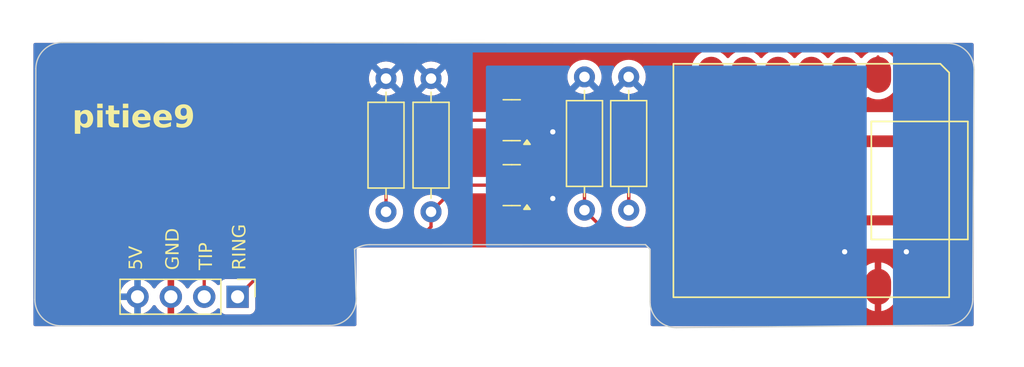
<source format=kicad_pcb>
(kicad_pcb (version 20241229) (generator "pcbnew") (generator_version "9.0")
  (title_block (title "esp32-CALC") (date "2025-10-31") (company "from SVA") (comment 1 "made by pitiee9"))
  (layers (0 "F.Cu" signal) (2 "B.Cu" signal) (13 "F.Paste" user) (15 "B.Paste" user) (5 "F.SilkS" user "F.Silkscreen") (7 "B.SilkS" user "B.Silkscreen") (1 "F.Mask" user) (3 "B.Mask" user) (25 "Edge.Cuts" user))
  (net 0 "")
  (net 1 "RING")
  (net 2 "TIP")
  (net 3 "RING_GPIO")
  (net 4 "TIP_GPIO")
  (net 5 "+5V")
  (net 6 "+3.3V")
  (net 7 "GND")
  (footprint "Package_TO_SOT_SMD:SOT-23" (layer "F.Cu") (at 121.9685 63.119 180)
    (property "Reference" "Q1" (hide yes))
    (property "Value" "MMBF170" (hide yes))
    (fp_line (start 0 1.56) (end 0.65 1.56) (stroke (width 0.12)) (layer "F.SilkS"))
    (fp_line (start 0 1.56) (end -0.65 1.56) (stroke (width 0.12)) (layer "F.SilkS"))
    (fp_line (start 0 -1.56) (end 0.65 -1.56) (stroke (width 0.12)) (layer "F.SilkS"))
    (fp_line (start 0 -1.56) (end -0.65 -1.56) (stroke (width 0.12)) (layer "F.SilkS"))
    (fp_poly (pts (xy -1.1625 -1.51) (xy -1.4025 -1.84) (xy -0.9225 -1.84) (xy -1.1625 -1.51)) (stroke (width 0.12)) (fill yes) (layer "F.SilkS"))
    (pad "1" smd roundrect (at -0.9375 -0.95 180) (size 1.475 0.6) (layers "F.Cu" "F.Mask" "F.Paste") (net 6 "+3.3V"))
    (pad "2" smd roundrect (at -0.9375 0.95 180) (size 1.475 0.6) (layers "F.Cu" "F.Mask" "F.Paste") (net 3 "RING_GPIO"))
    (pad "3" smd roundrect (at 0.9375 0 180) (size 1.475 0.6) (layers "F.Cu" "F.Mask" "F.Paste") (net 1 "RING"))
  )
  (footprint "Connector_PinHeader_2.54mm:PinHeader_1x04_P2.54mm_Vertical" (layer "F.Cu") (at 101.092 71.628 -90)
    (property "Reference" "J1" (hide yes))
    (property "Value" "Conn_01x04" (hide yes))
    (fp_line (start -1.33 8.95) (end 1.33 8.95) (stroke (width 0.12)) (layer "F.SilkS"))
    (fp_line (start -1.33 1.27) (end -1.33 8.95) (stroke (width 0.12)) (layer "F.SilkS"))
    (fp_line (start -1.33 1.27) (end 1.33 1.27) (stroke (width 0.12)) (layer "F.SilkS"))
    (fp_line (start 1.33 1.27) (end 1.33 8.95) (stroke (width 0.12)) (layer "F.SilkS"))
    (fp_line (start -1.33 0) (end -1.33 -1.33) (stroke (width 0.12)) (layer "F.SilkS"))
    (fp_line (start -1.33 -1.33) (end 0 -1.33) (stroke (width 0.12)) (layer "F.SilkS"))
    (pad "1" thru_hole rect (at 0 0 270) (size 1.7 1.7) (drill 1) (layers "*.Cu" "*.Mask") (net 1 "RING"))
    (pad "2" thru_hole oval (at 0 2.54 270) (size 1.7 1.7) (drill 1) (layers "*.Cu" "*.Mask") (net 2 "TIP"))
    (pad "3" thru_hole oval (at 0 5.08 270) (size 1.7 1.7) (drill 1) (layers "*.Cu" "*.Mask") (net 7 "GND"))
    (pad "4" thru_hole oval (at 0 7.62 270) (size 1.7 1.7) (drill 1) (layers "*.Cu" "*.Mask") (net 5 "+5V"))
  )
  (footprint "Resistor_THT:R_Axial_DIN0207_L6.3mm_D2.5mm_P10.16mm_Horizontal" (layer "F.Cu") (at 112.395 54.991 -90)
    (property "Reference" "R4" (hide yes))
    (property "Value" "R" (hide yes))
    (fp_line (start 1.81 1.37) (end 8.35 1.37) (stroke (width 0.12)) (layer "F.SilkS"))
    (fp_line (start 8.35 1.37) (end 8.35 -1.37) (stroke (width 0.12)) (layer "F.SilkS"))
    (fp_line (start 1.04 0) (end 1.81 0) (stroke (width 0.12)) (layer "F.SilkS"))
    (fp_line (start 9.12 0) (end 8.35 0) (stroke (width 0.12)) (layer "F.SilkS"))
    (fp_line (start 1.81 -1.37) (end 1.81 1.37) (stroke (width 0.12)) (layer "F.SilkS"))
    (fp_line (start 8.35 -1.37) (end 1.81 -1.37) (stroke (width 0.12)) (layer "F.SilkS"))
    (pad "1" thru_hole circle (at 0 0 270) (size 1.6 1.6) (drill 0.8) (layers "*.Cu" "*.Mask") (net 5 "+5V"))
    (pad "2" thru_hole oval (at 10.16 0 270) (size 1.6 1.6) (drill 0.8) (layers "*.Cu" "*.Mask") (net 2 "TIP"))
  )
  (footprint "Resistor_THT:R_Axial_DIN0207_L6.3mm_D2.5mm_P10.16mm_Horizontal" (layer "F.Cu") (at 130.876 54.864 -90)
    (property "Reference" "R2" (hide yes))
    (property "Value" "R" (hide yes))
    (fp_line (start 1.81 1.37) (end 8.35 1.37) (stroke (width 0.12)) (layer "F.SilkS"))
    (fp_line (start 8.35 1.37) (end 8.35 -1.37) (stroke (width 0.12)) (layer "F.SilkS"))
    (fp_line (start 1.04 0) (end 1.81 0) (stroke (width 0.12)) (layer "F.SilkS"))
    (fp_line (start 9.12 0) (end 8.35 0) (stroke (width 0.12)) (layer "F.SilkS"))
    (fp_line (start 1.81 -1.37) (end 1.81 1.37) (stroke (width 0.12)) (layer "F.SilkS"))
    (fp_line (start 8.35 -1.37) (end 1.81 -1.37) (stroke (width 0.12)) (layer "F.SilkS"))
    (pad "1" thru_hole circle (at 0 0 270) (size 1.6 1.6) (drill 0.8) (layers "*.Cu" "*.Mask") (net 6 "+3.3V"))
    (pad "2" thru_hole oval (at 10.16 0 270) (size 1.6 1.6) (drill 0.8) (layers "*.Cu" "*.Mask") (net 4 "TIP_GPIO"))
  )
  (footprint "xiao ESP32C3_PCB:MOUDLE14P-SMD-2.54-21X17.8MM" (layer "F.Cu") (at 134.28 53.866 -90)
    (property "Reference" "U1" (hide yes))
    (property "Value" "MOUDLE-SEEEDUINO-XIAO-ESP32C3")
    (fp_line (start 0 0) (end 17.8 0) (stroke (width 0.127)) (layer "F.SilkS"))
    (fp_line (start 17.8 0) (end 17.8 -21) (stroke (width 0.127)) (layer "F.SilkS"))
    (fp_line (start 4.396 -15.072) (end 4.396 -22.425) (stroke (width 0.127)) (layer "F.SilkS"))
    (fp_line (start 13.395 -15.072) (end 4.396 -15.072) (stroke (width 0.127)) (layer "F.SilkS"))
    (fp_line (start 0 -20.3285) (end 0 0) (stroke (width 0.127)) (layer "F.SilkS"))
    (fp_line (start 0.671541 -21) (end 0 -20.3285) (stroke (width 0.127)) (layer "F.SilkS"))
    (fp_line (start 17.8 -21) (end 0.671541 -21) (stroke (width 0.127)) (layer "F.SilkS"))
    (fp_line (start 4.4 -22.424) (end 13.395 -22.424) (stroke (width 0.127)) (layer "F.SilkS"))
    (fp_line (start 13.395 -22.424) (end 13.395 -15.072) (stroke (width 0.127)) (layer "F.SilkS"))
    (pad "1" smd roundrect (at 0.835 -18.12 270) (size 2.75 2) (layers "F.Cu" "F.Mask" "F.Paste") (roundrect_rratio 0.5))
    (pad "2" smd roundrect (at 0.835 -15.58 270) (size 2.75 2) (layers "F.Cu" "F.Mask" "F.Paste") (roundrect_rratio 0.5) (net 4 "TIP_GPIO"))
    (pad "3" smd roundrect (at 0.835 -13.04 270) (size 2.75 2) (layers "F.Cu" "F.Mask" "F.Paste") (roundrect_rratio 0.5))
    (pad "4" smd roundrect (at 0.835 -10.5 270) (size 2.75 2) (layers "F.Cu" "F.Mask" "F.Paste") (roundrect_rratio 0.5))
    (pad "5" smd roundrect (at 0.835 -7.96 270) (size 2.75 2) (layers "F.Cu" "F.Mask" "F.Paste") (roundrect_rratio 0.5))
    (pad "6" smd roundrect (at 0.835 -5.42 270) (size 2.75 2) (layers "F.Cu" "F.Mask" "F.Paste") (roundrect_rratio 0.5))
    (pad "7" smd roundrect (at 0.835 -2.88 270) (size 2.75 2) (layers "F.Cu" "F.Mask" "F.Paste") (roundrect_rratio 0.5))
    (pad "8" smd roundrect (at 17 -2.88 270) (size 2.75 2) (layers "F.Cu" "F.Mask" "F.Paste") (roundrect_rratio 0.5))
    (pad "9" smd roundrect (at 17 -5.42 270) (size 2.75 2) (layers "F.Cu" "F.Mask" "F.Paste") (roundrect_rratio 0.5))
    (pad "10" smd roundrect (at 17 -7.96 270) (size 2.75 2) (layers "F.Cu" "F.Mask" "F.Paste") (roundrect_rratio 0.5))
    (pad "11" smd roundrect (at 17 -10.5 270) (size 2.75 2) (layers "F.Cu" "F.Mask" "F.Paste") (roundrect_rratio 0.5) (net 3 "RING_GPIO"))
    (pad "12" smd roundrect (at 17 -13.04 270) (size 2.75 2) (layers "F.Cu" "F.Mask" "F.Paste") (roundrect_rratio 0.5) (net 6 "+3.3V"))
    (pad "13" smd roundrect (at 17 -15.58 270) (size 2.75 2) (layers "F.Cu" "F.Mask" "F.Paste") (roundrect_rratio 0.5) (net 7 "GND"))
    (pad "14" smd roundrect (at 17 -18.12 270) (size 2.75 2) (layers "F.Cu" "F.Mask" "F.Paste") (roundrect_rratio 0.5) (net 5 "+5V"))
    (zone (net 0) (net_name "") (layer "F.Cu") (connect_pads (clearance 0)) (min_thickness 0.01)
      (keepout (tracks not_allowed) (vias not_allowed) (pads not_allowed) (copperpour not_allowed) (footprints allowed))
      (fill (thermal_gap 0.508) (thermal_bridge_width 0.508))
      (polygon (pts (xy 137.455 60.216) (xy 137.455 65.931) (xy 134.915 65.931) (xy 134.915 60.216)))
    )
    (zone (net 0) (net_name "") (layer "F.Cu") (connect_pads (clearance 0)) (min_thickness 0.01)
      (keepout (tracks not_allowed) (vias not_allowed) (pads not_allowed) (copperpour not_allowed) (footprints allowed))
      (fill (thermal_gap 0.508) (thermal_bridge_width 0.508))
      (polygon (pts (xy 145.583 63.645) (xy 145.583 66.693) (xy 142.535 66.693) (xy 142.535 63.645)))
    )
    (zone (net 0) (net_name "") (layer "F.Cu") (connect_pads (clearance 0)) (min_thickness 0.01)
      (keepout (tracks not_allowed) (vias not_allowed) (pads not_allowed) (copperpour not_allowed) (footprints allowed))
      (fill (thermal_gap 0.508) (thermal_bridge_width 0.508))
      (polygon (pts (xy 147.0435 56.8505) (xy 147.0435 59.7715) (xy 145.0115 59.7715) (xy 145.0115 56.8505)))
    )
    (zone (net 0) (net_name "") (layer "F.Cu") (connect_pads (clearance 0)) (min_thickness 0.01)
      (keepout (tracks not_allowed) (vias not_allowed) (pads not_allowed) (copperpour not_allowed) (footprints allowed))
      (fill (thermal_gap 0.508) (thermal_bridge_width 0.508))
      (polygon (pts (xy 151.298 57.549) (xy 151.298 59.327) (xy 148.631 59.327) (xy 148.631 57.549)))
    )
    (zone (net 0) (net_name "") (layer "F.Cu") (connect_pads (clearance 0)) (min_thickness 0.01)
      (keepout (tracks not_allowed) (vias not_allowed) (pads not_allowed) (copperpour not_allowed) (footprints allowed))
      (fill (thermal_gap 0.508) (thermal_bridge_width 0.508))
      (polygon (pts (xy 151.298 66.185) (xy 151.298 67.963) (xy 148.631 67.963) (xy 148.631 66.185)))
    )
    (zone (net 0) (net_name "") (layer "F.Cu") (connect_pads (clearance 0)) (min_thickness 0.01)
      (keepout (tracks not_allowed) (vias not_allowed) (pads not_allowed) (copperpour not_allowed) (footprints allowed))
      (fill (thermal_gap 0.508) (thermal_bridge_width 0.508))
      (polygon (pts (xy 154.6 60.216) (xy 154.6 65.423) (xy 147.615 65.423) (xy 147.615 60.216)))
    )
    (zone (net 0) (net_name "") (layer "F.Cu") (connect_pads (clearance 0)) (min_thickness 0.01)
      (keepout (tracks not_allowed) (vias not_allowed) (pads not_allowed) (copperpour not_allowed) (footprints allowed))
      (fill (thermal_gap 0.508) (thermal_bridge_width 0.508))
      (polygon (pts (xy 155.362 57.549) (xy 155.362 59.327) (xy 152.695 59.327) (xy 152.695 57.549)))
    )
    (zone (net 0) (net_name "") (layer "F.Cu") (connect_pads (clearance 0)) (min_thickness 0.01)
      (keepout (tracks not_allowed) (vias not_allowed) (pads not_allowed) (copperpour not_allowed) (footprints allowed))
      (fill (thermal_gap 0.508) (thermal_bridge_width 0.508))
      (polygon (pts (xy 155.362 66.185) (xy 155.362 67.963) (xy 152.695 67.963) (xy 152.695 66.185)))
    )
  )
  (footprint "Resistor_THT:R_Axial_DIN0207_L6.3mm_D2.5mm_P10.16mm_Horizontal" (layer "F.Cu") (at 115.824 54.991 -90)
    (property "Reference" "R3" (hide yes))
    (property "Value" "R" (hide yes))
    (fp_line (start 1.81 1.37) (end 8.35 1.37) (stroke (width 0.12)) (layer "F.SilkS"))
    (fp_line (start 8.35 1.37) (end 8.35 -1.37) (stroke (width 0.12)) (layer "F.SilkS"))
    (fp_line (start 1.04 0) (end 1.81 0) (stroke (width 0.12)) (layer "F.SilkS"))
    (fp_line (start 9.12 0) (end 8.35 0) (stroke (width 0.12)) (layer "F.SilkS"))
    (fp_line (start 1.81 -1.37) (end 1.81 1.37) (stroke (width 0.12)) (layer "F.SilkS"))
    (fp_line (start 8.35 -1.37) (end 1.81 -1.37) (stroke (width 0.12)) (layer "F.SilkS"))
    (pad "1" thru_hole circle (at 0 0 270) (size 1.6 1.6) (drill 0.8) (layers "*.Cu" "*.Mask") (net 5 "+5V"))
    (pad "2" thru_hole oval (at 10.16 0 270) (size 1.6 1.6) (drill 0.8) (layers "*.Cu" "*.Mask") (net 1 "RING"))
  )
  (footprint "Package_TO_SOT_SMD:SOT-23" (layer "F.Cu") (at 121.9685 58.166 180)
    (property "Reference" "Q2" (hide yes))
    (property "Value" "MMBF170" (hide yes))
    (fp_line (start 0 1.56) (end 0.65 1.56) (stroke (width 0.12)) (layer "F.SilkS"))
    (fp_line (start 0 1.56) (end -0.65 1.56) (stroke (width 0.12)) (layer "F.SilkS"))
    (fp_line (start 0 -1.56) (end 0.65 -1.56) (stroke (width 0.12)) (layer "F.SilkS"))
    (fp_line (start 0 -1.56) (end -0.65 -1.56) (stroke (width 0.12)) (layer "F.SilkS"))
    (fp_poly (pts (xy -1.1625 -1.51) (xy -1.4025 -1.84) (xy -0.9225 -1.84) (xy -1.1625 -1.51)) (stroke (width 0.12)) (fill yes) (layer "F.SilkS"))
    (pad "1" smd roundrect (at -0.9375 -0.95 180) (size 1.475 0.6) (layers "F.Cu" "F.Mask" "F.Paste") (net 6 "+3.3V"))
    (pad "2" smd roundrect (at -0.9375 0.95 180) (size 1.475 0.6) (layers "F.Cu" "F.Mask" "F.Paste") (net 4 "TIP_GPIO"))
    (pad "3" smd roundrect (at 0.9375 0 180) (size 1.475 0.6) (layers "F.Cu" "F.Mask" "F.Paste") (net 2 "TIP"))
  )
  (footprint "Resistor_THT:R_Axial_DIN0207_L6.3mm_D2.5mm_P10.16mm_Horizontal" (layer "F.Cu") (at 127.508 54.864 -90)
    (property "Reference" "R1" (hide yes))
    (property "Value" "R" (hide yes))
    (fp_line (start 1.81 1.37) (end 8.35 1.37) (stroke (width 0.12)) (layer "F.SilkS"))
    (fp_line (start 8.35 1.37) (end 8.35 -1.37) (stroke (width 0.12)) (layer "F.SilkS"))
    (fp_line (start 1.04 0) (end 1.81 0) (stroke (width 0.12)) (layer "F.SilkS"))
    (fp_line (start 9.12 0) (end 8.35 0) (stroke (width 0.12)) (layer "F.SilkS"))
    (fp_line (start 1.81 -1.37) (end 1.81 1.37) (stroke (width 0.12)) (layer "F.SilkS"))
    (fp_line (start 8.35 -1.37) (end 1.81 -1.37) (stroke (width 0.12)) (layer "F.SilkS"))
    (pad "1" thru_hole circle (at 0 0 270) (size 1.6 1.6) (drill 0.8) (layers "*.Cu" "*.Mask") (net 6 "+3.3V"))
    (pad "2" thru_hole oval (at 10.16 0 270) (size 1.6 1.6) (drill 0.8) (layers "*.Cu" "*.Mask") (net 3 "RING_GPIO"))
  )
  (gr_arc (start 110.225143 67.883125) (mid 110.672197 67.715283) (end 111.146297 67.658201) (stroke (width 0.1)) (layer "Edge.Cuts"))
  (gr_line (start 132.154889 67.654889) (end 132.5 68) (stroke (width 0.1)) (layer "Edge.Cuts"))
  (gr_arc (start 85.730952 54.232867) (mid 86.320293 52.823239) (end 87.732883 52.24104) (stroke (width 0.1)) (layer "Edge.Cuts"))
  (gr_arc (start 155.181309 52.30672) (mid 156.598494 52.897411) (end 157.179325 54.318657) (stroke (width 0.1)) (layer "Edge.Cuts"))
  (gr_line (start 155.181309 52.30672) (end 87.732883 52.24104) (stroke (width 0.1)) (layer "Edge.Cuts"))
  (gr_arc (start 134.518043 73.981794) (mid 133.092189 73.402452) (end 132.5 71.981875) (stroke (width 0.1)) (layer "Edge.Cuts"))
  (gr_line (start 132.5 68) (end 132.5 71.981875) (stroke (width 0.1)) (layer "Edge.Cuts"))
  (gr_arc (start 110.123613 71.745798) (mid 109.563219 73.201286) (end 108.128032 73.81176) (stroke (width 0.1)) (layer "Edge.Cuts"))
  (gr_line (start 157.07493 71.808192) (end 157.179325 54.318657) (stroke (width 0.1)) (layer "Edge.Cuts"))
  (gr_line (start 134.518043 73.981794) (end 155.093009 73.796172) (stroke (width 0.1)) (layer "Edge.Cuts"))
  (gr_line (start 110 68) (end 110.225143 67.883125) (stroke (width 0.1)) (layer "Edge.Cuts"))
  (gr_arc (start 87.662336 73.845847) (mid 86.24308 73.258351) (end 85.659022 71.837677) (stroke (width 0.1)) (layer "Edge.Cuts"))
  (gr_line (start 110.123613 71.745798) (end 110 68) (stroke (width 0.1)) (layer "Edge.Cuts"))
  (gr_arc (start 157.07493 71.808192) (mid 156.49135 73.208325) (end 155.093009 73.796172) (stroke (width 0.1)) (layer "Edge.Cuts"))
  (gr_line (start 111.146297 67.658201) (end 132.154889 67.654889) (stroke (width 0.1)) (layer "Edge.Cuts"))
  (gr_line (start 85.730952 54.232867) (end 85.659022 71.837677) (stroke (width 0.1)) (layer "Edge.Cuts"))
  (gr_line (start 87.662336 73.845847) (end 108.128032 73.81176) (stroke (width 0.1)) (layer "Edge.Cuts"))
  (gr_text "RING" (at 101.854 69.596 90) (layer "F.SilkS") (effects (font (size 1 1)) (justify left bottom)))
  (gr_text "GND" (at 96.774 69.596 90) (layer "F.SilkS") (effects (font (size 1 1)) (justify left bottom)))
  (gr_text "TIP\n" (at 99.314 69.596 90) (layer "F.SilkS") (effects (font (size 1 1)) (justify left bottom)))
  (gr_text "5V" (at 93.98 69.596 90) (layer "F.SilkS") (effects (font (size 1 1)) (justify left bottom)))
  (gr_text "pitiee9" (at 88.5 59 0) (layer "F.SilkS") (effects (font (size 1.7 1.7) (thickness 0.2) (bold yes) (italic yes)) (justify left bottom)))
  (segment (start 115.824 65.151) (end 115.824 66.294) (width 0.25) (layer "F.Cu") (net 1))
  (segment (start 115.824 66.294) (end 115.189 66.929) (width 0.25) (layer "F.Cu") (net 1))
  (segment (start 117.856 63.119) (end 115.824 65.151) (width 0.25) (layer "F.Cu") (net 1))
  (segment (start 121.031 63.119) (end 117.856 63.119) (width 0.25) (layer "F.Cu") (net 1))
  (segment (start 105.791 66.929) (end 101.092 71.628) (width 0.25) (layer "F.Cu") (net 1))
  (segment (start 115.189 66.929) (end 105.791 66.929) (width 0.25) (layer "F.Cu") (net 1))
  (segment (start 117.602 58.166) (end 112.395 63.373) (width 0.25) (layer "F.Cu") (net 2))
  (segment (start 112.395 63.373) (end 111.887 62.865) (width 0.25) (layer "F.Cu") (net 2))
  (segment (start 104.648 62.865) (end 98.552 68.961) (width 0.25) (layer "F.Cu") (net 2))
  (segment (start 121.031 58.166) (end 117.602 58.166) (width 0.25) (layer "F.Cu") (net 2))
  (segment (start 111.887 62.865) (end 104.648 62.865) (width 0.25) (layer "F.Cu") (net 2))
  (segment (start 112.395 63.373) (end 112.395 65.151) (width 0.25) (layer "F.Cu") (net 2))
  (segment (start 98.552 68.961) (end 98.552 71.628) (width 0.25) (layer "F.Cu") (net 2))
  (segment (start 127.508 62.508) (end 127 62) (width 0.25) (layer "F.Cu") (net 3))
  (segment (start 123.075 62) (end 122.906 62.169) (width 0.25) (layer "F.Cu") (net 3))
  (segment (start 128.905 66.421) (end 140.335 66.421) (width 0.25) (layer "F.Cu") (net 3))
  (segment (start 127.508 65.024) (end 127.508 62.508) (width 0.25) (layer "F.Cu") (net 3))
  (segment (start 140.335 66.421) (end 144.78 70.866) (width 0.25) (layer "F.Cu") (net 3))
  (segment (start 127 62) (end 123.075 62) (width 0.25) (layer "F.Cu") (net 3))
  (segment (start 127.508 65.024) (end 128.905 66.421) (width 0.25) (layer "F.Cu") (net 3))
  (segment (start 146.939 60.452) (end 139.827 60.452) (width 0.25) (layer "F.Cu") (net 4))
  (segment (start 130.876 65.024) (end 130.876 61.876) (width 0.25) (layer "F.Cu") (net 4))
  (segment (start 149.86 54.701) (end 149.86 53.34) (width 0.25) (layer "F.Cu") (net 4))
  (segment (start 147.955 59.436) (end 146.939 60.452) (width 0.25) (layer "F.Cu") (net 4))
  (segment (start 133.35 59.436) (end 130.876 61.91) (width 0.25) (layer "F.Cu") (net 4))
  (segment (start 130.876 61.876) (end 126.216 57.216) (width 0.25) (layer "F.Cu") (net 4))
  (segment (start 147.955 56.606) (end 147.955 59.436) (width 0.25) (layer "F.Cu") (net 4))
  (segment (start 149.86 54.701) (end 147.955 56.606) (width 0.25) (layer "F.Cu") (net 4))
  (segment (start 126.216 57.216) (end 122.906 57.216) (width 0.25) (layer "F.Cu") (net 4))
  (segment (start 139.827 60.452) (end 138.811 59.436) (width 0.25) (layer "F.Cu") (net 4))
  (segment (start 130.876 61.91) (end 130.876 65.024) (width 0.25) (layer "F.Cu") (net 4))
  (segment (start 138.811 59.436) (end 133.35 59.436) (width 0.25) (layer "F.Cu") (net 4))
  (segment (start 152.4 70.866) (end 152.4 68.58) (width 0.25) (layer "F.Cu") (net 5))
  (segment (start 152.4 68.58) (end 152.019 68.199) (width 0.25) (layer "F.Cu") (net 5))
  (via (at 152.019 68.199) (size 0.8) (drill 0.4) (layers "F.Cu" "B.Cu") (net 5))
  (segment (start 122.906 64.069) (end 125.029 64.069) (width 0.25) (layer "F.Cu") (net 6))
  (segment (start 122.906 59.116) (end 125.034 59.116) (width 0.25) (layer "F.Cu") (net 6))
  (segment (start 125.029 64.069) (end 125.095 64.135) (width 0.25) (layer "F.Cu") (net 6))
  (segment (start 147.32 70.866) (end 147.32 68.199) (width 0.25) (layer "F.Cu") (net 6))
  (segment (start 125.034 59.116) (end 125.095 59.055) (width 0.25) (layer "F.Cu") (net 6))
  (via (at 147.32 68.199) (size 0.8) (drill 0.4) (layers "F.Cu" "B.Cu") (net 6))
  (via (at 125.095 64.135) (size 0.8) (drill 0.4) (layers "F.Cu" "B.Cu") (net 6))
  (via (at 125.095 59.055) (size 0.8) (drill 0.4) (layers "F.Cu" "B.Cu") (net 6))
  (zone (net 7) (net_name "GND") (layer "F.Cu") (priority 1) (connect_pads (clearance 0.5)) (min_thickness 0.25) (fill yes (thermal_gap 0.5) (thermal_bridge_width 0.5) (island_removal_mode 1) (island_area_min 10))
    (polygon (pts (xy 159 76) (xy 159 50) (xy 83 50) (xy 83 76)))
  )
  (zone (net 5) (net_name "+5V") (layer "B.Cu") (priority 1) (connect_pads (clearance 0.5)) (min_thickness 0.25) (fill yes (thermal_gap 0.5) (thermal_bridge_width 0.5))
    (polygon (pts (xy 84 77) (xy 84 49) (xy 161 49) (xy 161 76.635) (xy 151 76.635) (xy 151 53) (xy 119 53) (xy 119 77)))
  )
  (zone (net 6) (net_name "+3.3V") (layer "B.Cu") (priority 2) (connect_pads (clearance 0.5)) (min_thickness 0.25) (fill yes (thermal_gap 0.5) (thermal_bridge_width 0.5))
    (polygon (pts (xy 149 77) (xy 120 77) (xy 120 54) (xy 149 54)))
  )
)
</source>
